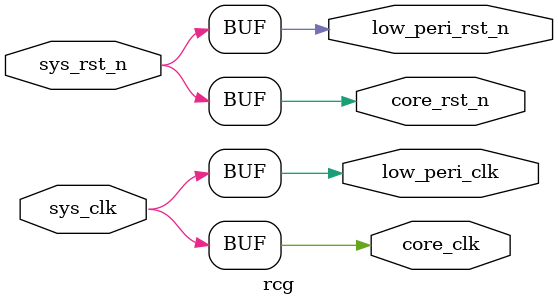
<source format=v>
`timescale 1ns / 1ps

module rcg (
    input sys_clk,
    input sys_rst_n,
    output core_clk,
    output core_rst_n,
    output low_peri_clk,
    output low_peri_rst_n
);

    assign core_clk = sys_clk;
    assign core_rst_n = sys_rst_n;
    assign low_peri_clk = sys_clk;
    assign low_peri_rst_n = sys_rst_n;
endmodule
</source>
